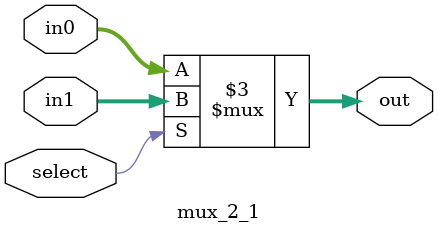
<source format=sv>
module mux_2_1
#(parameter width = 16)
(
input [width - 1:0] in0, in1,
input logic select,
output logic [width - 1:0] out
);

always_comb
begin
	case(select)
		1'b1 : out = in1;
		default: out = in0;
	endcase
end

endmodule

</source>
